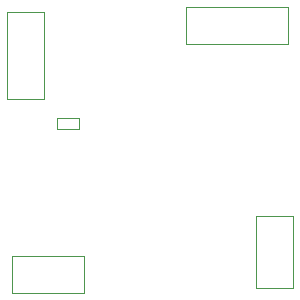
<source format=gbr>
%TF.GenerationSoftware,KiCad,Pcbnew,9.0.5-1.fc42*%
%TF.CreationDate,2025-12-03T02:33:13+01:00*%
%TF.ProjectId,Block-Switch-1,426c6f63-6b2d-4537-9769-7463682d312e,1*%
%TF.SameCoordinates,Original*%
%TF.FileFunction,Other,User*%
%FSLAX46Y46*%
G04 Gerber Fmt 4.6, Leading zero omitted, Abs format (unit mm)*
G04 Created by KiCad (PCBNEW 9.0.5-1.fc42) date 2025-12-03 02:33:13*
%MOMM*%
%LPD*%
G01*
G04 APERTURE LIST*
%ADD10C,0.050000*%
G04 APERTURE END LIST*
D10*
%TO.C,J4*%
X127385000Y-122655000D02*
X133475000Y-122655000D01*
X127385000Y-125755000D02*
X127385000Y-122655000D01*
X133475000Y-122655000D02*
X133475000Y-125755000D01*
X133475000Y-125755000D02*
X127385000Y-125755000D01*
%TO.C,R1*%
X131175400Y-110945000D02*
X131175400Y-111885000D01*
X131175400Y-111885000D02*
X133035400Y-111885000D01*
X133035400Y-110945000D02*
X131175400Y-110945000D01*
X133035400Y-111885000D02*
X133035400Y-110945000D01*
%TO.C,J2*%
X148055000Y-119255000D02*
X151155000Y-119255000D01*
X148055000Y-125345000D02*
X148055000Y-119255000D01*
X151155000Y-119255000D02*
X151155000Y-125345000D01*
X151155000Y-125345000D02*
X148055000Y-125345000D01*
%TO.C,J1*%
X126975000Y-101985000D02*
X130075000Y-101985000D01*
X126975000Y-109345000D02*
X126975000Y-101985000D01*
X130075000Y-101985000D02*
X130075000Y-109345000D01*
X130075000Y-109345000D02*
X126975000Y-109345000D01*
%TO.C,J3*%
X142115000Y-101575000D02*
X150745000Y-101575000D01*
X142115000Y-104675000D02*
X142115000Y-101575000D01*
X150745000Y-101575000D02*
X150745000Y-104675000D01*
X150745000Y-104675000D02*
X142115000Y-104675000D01*
%TD*%
M02*

</source>
